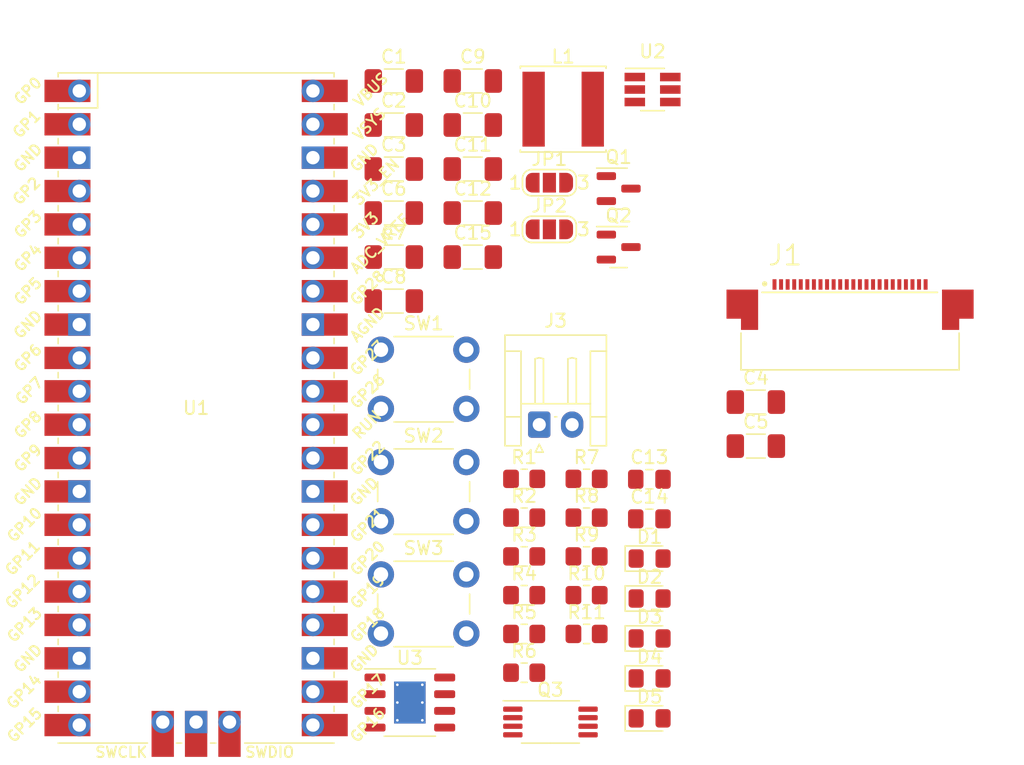
<source format=kicad_pcb>
(kicad_pcb (version 20221018) (generator pcbnew)
  (layers (0 "F.Cu" signal) (31 "B.Cu" signal) (34 "B.Paste" user) (35 "F.Paste" user) (36 "B.SilkS" user "B.Silkscreen") (37 "F.SilkS" user "F.Silkscreen") (38 "B.Mask" user) (39 "F.Mask" user) (44 "Edge.Cuts" user))
  (net 0 "")
  (net 1 "GND")
  (net 2 "/3.3V")
  (net 3 "Net-(D2-K)")
  (net 4 "Net-(D1-A)")
  (net 5 "Net-(C3-Pad2)")
  (net 6 "/VGH")
  (net 7 "Net-(C5-Pad2)")
  (net 8 "Net-(C7-Pad2)")
  (net 9 "/VGL")
  (net 10 "Net-(C9-Pad2)")
  (net 11 "Net-(D4-A)")
  (net 12 "/Battery-")
  (net 13 "/DW01_{Vcc}")
  (net 14 "/V_{battery}")
  (net 15 "Net-(D4-K)")
  (net 16 "Net-(D5-K)")
  (net 18 "/GDR")
  (net 19 "/RESE")
  (net 22 "/BS")
  (net 23 "/EPD_BUSY'")
  (net 24 "/EPD_RST'")
  (net 25 "/EPD_DC'")
  (net 26 "/EPD_CS'")
  (net 27 "/EPD_SCK'")
  (net 28 "/EPD_DIN'")
  (net 29 "Net-(JP1-A)")
  (net 30 "Net-(JP1-B)")
  (net 31 "Net-(Q2-G)")
  (net 32 "Net-(Q2-S)")
  (net 34 "Net-(U2-OC)")
  (net 35 "Net-(U2-OD)")
  (net 36 "/SW1")
  (net 37 "/SW2")
  (net 38 "/SW3")
  (net 39 "Net-(U3-PROG)")
  (net 40 "Net-(U2-CS)")
  (net 41 "Net-(U3-~{STDBY})")
  (net 42 "Net-(U3-~{CHRG})")
  (net 68 "Net-(C4-Pad2)")
  (net 69 "Net-(C11-Pad2)")
  (net 70 "Net-(C12-Pad2)")
  (footprint "Capacitor_SMD:C_1206_3216Metric_Pad1.33x1.80mm_HandSolder" (layer "F.Cu") (at 156.6144 57.8646)
    (fp_text reference "C11" (at 0 -1.85) (layer "F.SilkS"))
    (fp_text value "1u")
    (pad "1" smd roundrect (at -1.5625 0) (size 1.325 1.8) (layers "F.Cu" "F.Paste" "F.Mask") (roundrect_rratio 0.188679) (net 1 "GND"))
    (pad "2" smd roundrect (at 1.5625 0) (size 1.325 1.8) (layers "F.Cu" "F.Paste" "F.Mask") (roundrect_rratio 0.188679) (net 69 "Net-(C11-Pad2)"))
  )
  (footprint "Package_TO_SOT_SMD:SOT-23" (layer "F.Cu") (at 167.7144 59.3546)
    (fp_text reference "Q1" (at 0 -2.4) (layer "F.SilkS"))
    (fp_text value "BSS138")
    (pad "1" smd roundrect (at -0.9375 -0.95) (size 1.475 0.6) (layers "F.Cu" "F.Paste" "F.Mask") (net 18 "/GDR"))
    (pad "2" smd roundrect (at -0.9375 0.95) (size 1.475 0.6) (layers "F.Cu" "F.Paste" "F.Mask") (net 19 "/RESE"))
    (pad "3" smd roundrect (at 0.9375 0) (size 1.475 0.6) (layers "F.Cu" "F.Paste" "F.Mask") (net 4 "Net-(D1-A)"))
  )
  (footprint "Capacitor_SMD:C_1206_3216Metric_Pad1.33x1.80mm_HandSolder" (layer "F.Cu") (at 150.6044 67.9146)
    (fp_text reference "C8" (at 0 -1.85) (layer "F.SilkS"))
    (fp_text value "1u/10V")
    (pad "1" smd roundrect (at -1.5625 0) (size 1.325 1.8) (layers "F.Cu" "F.Paste" "F.Mask") (roundrect_rratio 0.188679) (net 1 "GND"))
    (pad "2" smd roundrect (at 1.5625 0) (size 1.325 1.8) (layers "F.Cu" "F.Paste" "F.Mask") (roundrect_rratio 0.188679) (net 2 "/3.3V"))
  )
  (footprint "MCU_RaspberryPi_and_Boards:RPi_Pico_SMD_TH" (layer "F.Cu") (at 135.5594 76.0496)
    (fp_text reference "U1" (at 0 0) (layer "F.SilkS"))
    (fp_text value "Pico")
    (fp_text user "GP2" (at -12.9 -16.51 45) (layer "F.SilkS") (effects (font (size 0.8 0.8))))
    (fp_text user "GP22" (at 13.054 3.81 45) (layer "F.SilkS") (effects (font (size 0.8 0.8))))
    (fp_text user "AGND" (at 13.054 -6.35 45) (layer "F.SilkS") (effects (font (size 0.8 0.8))))
    (fp_text user "GP27" (at 13.054 -3.8 45) (layer "F.SilkS") (effects (font (size 0.8 0.8))))
    (fp_text user "GP7" (at -12.7 -1.3 45) (layer "F.SilkS") (effects (font (size 0.8 0.8))))
    (fp_text user "GP14" (at -13.1 21.59 45) (layer "F.SilkS") (effects (font (size 0.8 0.8))))
    (fp_text user "GP0" (at -12.8 -24.13 45) (layer "F.SilkS") (effects (font (size 0.8 0.8))))
    (fp_text user "GP3" (at -12.8 -13.97 45) (layer "F.SilkS") (effects (font (size 0.8 0.8))))
    (fp_text user "GP5" (at -12.8 -8.89 45) (layer "F.SilkS") (effects (font (size 0.8 0.8))))
    (fp_text user "GND" (at 12.8 19.05 45) (layer "F.SilkS") (effects (font (size 0.8 0.8))))
    (fp_text user "GND" (at -12.8 19.05 45) (layer "F.SilkS") (effects (font (size 0.8 0.8))))
    (fp_text user "GP16" (at 13.054 24.13 45) (layer "F.SilkS") (effects (font (size 0.8 0.8))))
    (fp_text user "SWDIO" (at 5.6 26.2) (layer "F.SilkS") (effects (font (size 0.8 0.8))))
    (fp_text user "ADC_VREF" (at 14 -12.5 45) (layer "F.SilkS") (effects (font (size 0.8 0.8))))
    (fp_text user "GP1" (at -12.9 -21.6 45) (layer "F.SilkS") (effects (font (size 0.8 0.8))))
    (fp_text user "GP18" (at 13.054 16.51 45) (layer "F.SilkS") (effects (font (size 0.8 0.8))))
    (fp_text user "GP4" (at -12.8 -11.43 45) (layer "F.SilkS") (effects (font (size 0.8 0.8))))
    (fp_text user "GP10" (at -13.054 8.89 45) (layer "F.SilkS") (effects (font (size 0.8 0.8))))
    (fp_text user "GND" (at -12.8 -19.05 45) (layer "F.SilkS") (effects (font (size 0.8 0.8))))
    (fp_text user "GP17" (at 13.054 21.59 45) (layer "F.SilkS") (effects (font (size 0.8 0.8))))
    (fp_text user "SWCLK" (at -5.7 26.2) (layer "F.SilkS") (effects (font (size 0.8 0.8))))
    (fp_text user "3V3_EN" (at 13.7 -17.2 45) (layer "F.SilkS") (effects (font (size 0.8 0.8))))
    (fp_text user "GND" (at 12.8 6.35 45) (layer "F.SilkS") (effects (font (size 0.8 0.8))))
    (fp_text user "GP19" (at 13.054 13.97 45) (layer "F.SilkS") (effects (font (size 0.8 0.8))))
    (fp_text user "GP28" (at 13.054 -9.144 45) (layer "F.SilkS") (effects (font (size 0.8 0.8))))
    (fp_text user "GP26" (at 13.054 -1.27 45) (layer "F.SilkS") (effects (font (size 0.8 0.8))))
    (fp_text user "GP12" (at -13.2 13.97 45) (layer "F.SilkS") (effects (font (size 0.8 0.8))))
    (fp_text user "RUN" (at 13 1.27 45) (layer "F.SilkS") (effects (font (size 0.8 0.8))))
    (fp_text user "3V3" (at 12.9 -13.9 45) (layer "F.SilkS") (effects (font (size 0.8 0.8))))
    (fp_text user "GP21" (at 13.054 8.9 45) (layer "F.SilkS") (effects (font (size 0.8 0.8))))
    (fp_text user "GP8" (at -12.8 1.27 45) (layer "F.SilkS") (effects (font (size 0.8 0.8))))
    (fp_text user "GND" (at -12.8 -6.35 45) (layer "F.SilkS") (effects (font (size 0.8 0.8))))
    (fp_text user "GND" (at -12.8 6.35 45) (layer "F.SilkS") (effects (font (size 0.8 0.8))))
    (fp_text user "GND" (at 12.8 -19.05 45) (layer "F.SilkS") (effects (font (size 0.8 0.8))))
    (fp_text user "VSYS" (at 13.2 -21.59 45) (layer "F.SilkS") (effects (font (size 0.8 0.8))))
    (fp_text user "GP13" (at -13.054 16.51 45) (layer "F.SilkS") (effects (font (size 0.8 0.8))))
    (fp_text user "VBUS" (at 13.3 -24.2 45) (layer "F.SilkS") (effects (font (size 0.8 0.8))))
    (fp_text user "GP11" (at -13.2 11.43 45) (layer "F.SilkS") (effects (font (size 0.8 0.8))))
    (fp_text user "GP20" (at 13.054 11.43 45) (layer "F.SilkS") (effects (font (size 0.8 0.8))))
    (fp_text user "GP6" (at -12.8 -3.81 45) (layer "F.SilkS") (effects (font (size 0.8 0.8))))
    (fp_text user "GP15" (at -13.054 24.13 45) (layer "F.SilkS") (effects (font (size 0.8 0.8))))
    (fp_text user "GP9" (at -12.8 3.81 45) (layer "F.SilkS") (effects (font (size 0.8 0.8))))
    (pad "" np_thru_hole oval (at -2.725 -24) (size 1.8 1.8) (drill 1.8) (layers "*.Cu" "*.Mask"))
    (pad "" np_thru_hole oval (at -2.425 -20.97) (size 1.5 1.5) (drill 1.5) (layers "*.Cu" "*.Mask"))
    (pad "" np_thru_hole oval (at 2.425 -20.97) (size 1.5 1.5) (drill 1.5) (layers "*.Cu" "*.Mask"))
    (pad "" np_thru_hole oval (at 2.725 -24) (size 1.8 1.8) (drill 1.8) (layers "*.Cu" "*.Mask"))
    (pad "1" thru_hole oval (at -8.89 -24.13) (size 1.7 1.7) (drill 1.02) (layers "*.Cu" "*.Mask") (net 24 "/EPD_RST'"))
    (pad "1" smd rect (at -8.89 -24.13) (size 3.5 1.7) (drill (offset -0.9 0)) (layers "F.Cu" "F.Mask") (net 24 "/EPD_RST'"))
    (pad "2" thru_hole oval (at -8.89 -21.59) (size 1.7 1.7) (drill 1.02) (layers "*.Cu" "*.Mask"))
    (pad "2" smd rect (at -8.89 -21.59) (size 3.5 1.7) (drill (offset -0.9 0)) (layers "F.Cu" "F.Mask"))
    (pad "3" thru_hole rect (at -8.89 -19.05) (size 1.7 1.7) (drill 1.02) (layers "*.Cu" "*.Mask") (net 1 "GND"))
    (pad "3" smd rect (at -8.89 -19.05) (size 3.5 1.7) (drill (offset -0.9 0)) (layers "F.Cu" "F.Mask") (net 1 "GND"))
    (pad "4" thru_hole oval (at -8.89 -16.51) (size 1.7 1.7) (drill 1.02) (layers "*.Cu" "*.Mask"))
    (pad "4" smd rect (at -8.89 -16.51) (size 3.5 1.7) (drill (offset -0.9 0)) (layers "F.Cu" "F.Mask"))
    (pad "5" thru_hole oval (at -8.89 -13.97) (size 1.7 1.7) (drill 1.02) (layers "*.Cu" "*.Mask"))
    (pad "5" smd rect (at -8.89 -13.97) (size 3.5 1.7) (drill (offset -0.9 0)) (layers "F.Cu" "F.Mask"))
    (pad "6" thru_hole oval (at -8.89 -11.43) (size 1.7 1.7) (drill 1.02) (layers "*.Cu" "*.Mask"))
    (pad "6" smd rect (at -8.89 -11.43) (size 3.5 1.7) (drill (offset -0.9 0)) (layers "F.Cu" "F.Mask"))
    (pad "7" thru_hole oval (at -8.89 -8.89) (size 1.7 1.7) (drill 1.02) (layers "*.Cu" "*.Mask") (net 23 "/EPD_BUSY'"))
    (pad "7" smd rect (at -8.89 -8.89) (size 3.5 1.7) (drill (offset -0.9 0)) (layers "F.Cu" "F.Mask") (net 23 "/EPD_BUSY'"))
    (pad "8" thru_hole rect (at -8.89 -6.35) (size 1.7 1.7) (drill 1.02) (layers "*.Cu" "*.Mask") (net 1 "GND"))
    (pad "8" smd rect (at -8.89 -6.35) (size 3.5 1.7) (drill (offset -0.9 0)) (layers "F.Cu" "F.Mask") (net 1 "GND"))
    (pad "9" thru_hole oval (at -8.89 -3.81) (size 1.7 1.7) (drill 1.02) (layers "*.Cu" "*.Mask") (net 25 "/EPD_DC'"))
    (pad "9" smd rect (at -8.89 -3.81) (size 3.5 1.7) (drill (offset -0.9 0)) (layers "F.Cu" "F.Mask") (net 25 "/EPD_DC'"))
    (pad "10" thru_hole oval (at -8.89 -1.27) (size 1.7 1.7) (drill 1.02) (layers "*.Cu" "*.Mask"))
    (pad "10" smd rect (at -8.89 -1.27) (size 3.5 1.7) (drill (offset -0.9 0)) (layers "F.Cu" "F.Mask"))
    (pad "11" thru_hole oval (at -8.89 1.27) (size 1.7 1.7) (drill 1.02) (layers "*.Cu" "*.Mask"))
    (pad "11" smd rect (at -8.89 1.27) (size 3.5 1.7) (drill (offset -0.9 0)) (layers "F.Cu" "F.Mask"))
    (pad "12" thru_hole oval (at -8.89 3.81) (size 1.7 1.7) (drill 1.02) (layers "*.Cu" "*.Mask") (net 26 "/EPD_CS'"))
    (pad "12" smd rect (at -8.89 3.81) (size 3.5 1.7) (drill (offset -0.9 0)) (layers "F.Cu" "F.Mask") (net 26 "/EPD_CS'"))
    (pad "13" thru_hole rect (at -8.89 6.35) (size 1.7 1.7) (drill 1.02) (layers "*.Cu" "*.Mask") (net 1 "GND"))
    (pad "13" smd rect (at -8.89 6.35) (size 3.5 1.7) (drill (offset -0.9 0)) (layers "F.Cu" "F.Mask") (net 1 "GND"))
    (pad "14" thru_hole oval (at -8.89 8.89) (size 1.7 1.7) (drill 1.02) (layers "*.Cu" "*.Mask") (net 27 "/EPD_SCK'"))
    (pad "14" smd rect (at -8.89 8.89) (size 3.5 1.7) (drill (offset -0.9 0)) (layers "F.Cu" "F.Mask") (net 27 "/EPD_SCK'"))
    (pad "15" thru_hole oval (at -8.89 11.43) (size 1.7 1.7) (drill 1.02) (layers "*.Cu" "*.Mask") (net 28 "/EPD_DIN'"))
    (pad "15" smd rect (at -8.89 11.43) (size 3.5 1.7) (drill (offset -0.9 0)) (layers "F.Cu" "F.Mask") (net 28 "/EPD_DIN'"))
    (pad "16" thru_hole oval (at -8.89 13.97) (size 1.7 1.7) (drill 1.02) (layers "*.Cu" "*.Mask"))
    (pad "16" smd rect (at -8.89 13.97) (size 3.5 1.7) (drill (offset -0.9 0)) (layers "F.Cu" "F.Mask"))
    (pad "17" thru_hole oval (at -8.89 16.51) (size 1.7 1.7) (drill 1.02) (layers "*.Cu" "*.Mask"))
    (pad "17" smd rect (at -8.89 16.51) (size 3.5 1.7) (drill (offset -0.9 0)) (layers "F.Cu" "F.Mask"))
    (pad "18" thru_hole rect (at -8.89 19.05) (size 1.7 1.7) (drill 1.02) (layers "*.Cu" "*.Mask") (net 1 "GND"))
    (pad "18" smd rect (at -8.89 19.05) (size 3.5 1.7) (drill (offset -0.9 0)) (layers "F.Cu" "F.Mask") (net 1 "GND"))
    (pad "19" thru_hole oval (at -8.89 21.59) (size 1.7 1.7) (drill 1.02) (layers "*.Cu" "*.Mask"))
    (pad "19" smd rect (at -8.89 21.59) (size 3.5 1.7) (drill (offset -0.9 0)) (layers "F.Cu" "F.Mask"))
    (pad "20" thru_hole oval (at -8.89 24.13) (size 1.7 1.7) (drill 1.02) (layers "*.Cu" "*.Mask"))
    (pad "20" smd rect (at -8.89 24.13) (size 3.5 1.7) (drill (offset -0.9 0)) (layers "F.Cu" "F.Mask"))
    (pad "21" thru_hole oval (at 8.89 24.13) (size 1.7 1.7) (drill 1.02) (layers "*.Cu" "*.Mask"))
    (pad "21" smd rect (at 8.89 24.13) (size 3.5 1.7) (drill (offset 0.9 0)) (layers "F.Cu" "F.Mask"))
    (pad "22" thru_hole oval (at 8.89 21.59) (size 1.7 1.7) (drill 1.02) (layers "*.Cu" "*.Mask"))
    (pad "22" smd rect (at 8.89 21.59) (size 3.5 1.7) (drill (offset 0.9 0)) (layers "F.Cu" "F.Mask"))
    (pad "23" thru_hole rect (at 8.89 19.05) (size 1.7 1.7) (drill 1.02) (layers "*.Cu" "*.Mask"))
    (pad "23" smd rect (at 8.89 19.05) (size 3.5 1.7) (drill (offset 0.9 0)) (layers "F.Cu" "F.Mask"))
    (pad "24" thru_hole oval (at 8.89 16.51) (size 1.7 1.7) (drill 1.02) (layers "*.Cu" "*.Mask") (net 36 "/SW1"))
    (pad "24" smd rect (at 8.89 16.51) (size 3.5 1.7) (drill (offset 0.9 0)) (layers "F.Cu" "F.Mask") (net 36 "/SW1"))
    (pad "25" thru_hole oval (at 8.89 13.97) (size 1.7 1.7) (drill 1.02) (layers "*.Cu" "*.Mask") (net 37 "/SW2"))
    (pad "25" smd rect (at 8.89 13.97) (size 3.5 1.7) (drill (offset 0.9 0)) (layers "F.Cu" "F.Mask") (net 37 "/SW2"))
    (pad "26" thru_hole oval (at 8.89 11.43) (size 1.7 1.7) (drill 1.02) (layers "*.Cu" "*.Mask") (net 38 "/SW3"))
    (pad "26" smd rect (at 8.89 11.43) (size 3.5 1.7) (drill (offset 0.9 0)) (layers "F.Cu" "F.Mask") (net 38 "/SW3"))
    (pad "27" thru_hole oval (at 8.89 8.89) (size 1.7 1.7) (drill 1.02) (layers "*.Cu" "*.Mask"))
    (pad "27" smd rect (at 8.89 8.89) (size 3.5 1.7) (drill (offset 0.9 0)) (layers "F.Cu" "F.Mask"))
    (pad "28" thru_hole rect (at 8.89 6.35) (size 1.7 1.7) (drill 1.02) (layers "*.Cu" "*.Mask") (net 1 "GND"))
    (pad "28" smd rect (at 8.89 6.35) (size 3.5 1.7) (drill (offset 0.9 0)) (layers "F.Cu" "F.Mask") (net 1 "GND"))
    (pad "29" thru_hole oval (at 8.89 3.81) (size 1.7 1.7) (drill 1.02) (layers "*.Cu" "*.Mask"))
    (pad "29" smd rect (at 8.89 3.81) (size 3.5 1.7) (drill (offset 0.9 0)) (layers "F.Cu" "F.Mask"))
    (pad "30" thru_hole oval (at 8.89 1.27) (size 1.7 1.7) (drill 1.02) (layers "*.Cu" "*.Mask"))
    (pad "30" smd rect (at 8.89 1.27) (size 3.5 1.7) (drill (offset 0.9 0)) (layers "F.Cu" "F.Mask"))
    (pad "31" thru_hole oval (at 8.89 -1.27) (size 1.7 1.7) (drill 1.02) (layers "*.Cu" "*.Mask"))
    (pad "31" smd rect (at 8.89 -1.27) (size 3.5 1.7) (drill (offset 0.9 0)) (layers "F.Cu" "F.Mask"))
    (pad "32" thru_hole oval (at 8.89 -3.81) (size 1.7 1.7) (drill 1.02) (layers "*.Cu" "*.Mask"))
    (pad "32" smd rect (at 8.89 -3.81) (size 3.5 1.7) (drill (offset 0.9 0)) (layers "F.Cu" "F.Mask"))
    (pad "33" thru_hole rect (at 8.89 -6.35) (size 1.7 1.7) (drill 1.02) (layers "*.Cu" "*.Mask") (net 1 "GND"))
    (pad "33" smd rect (at 8.89 -6.35) (size 3.5 1.7) (drill (offset 0.9 0)) (layers "F.Cu" "F.Mask") (net 1 "GND"))
    (pad "34" thru_hole oval (at 8.89 -8.89) (size 1.7 1.7) (drill 1.02) (layers "*.Cu" "*.Mask"))
    (pad "34" smd rect (at 8.89 -8.89) (size 3.5 1.7) (drill (offset 0.9 0)) (layers "F.Cu" "F.Mask"))
    (pad "35" thru_hole oval (at 8.89 -11.43) (size 1.7 1.7) (drill 1.02) (layers "*.Cu" "*.Mask"))
    (pad "35" smd rect (at 8.89 -11.43) (size 3.5 1.7) (drill (offset 0.9 0)) (layers "F.Cu" "F.Mask"))
    (pad "36" thru_hole oval (at 8.89 -13.97) (size 1.7 1.7) (drill 1.02) (layers "*.Cu" "*.Mask") (net 2 "/3.3V"))
    (pad "36" smd rect (at 8.89 -13.97) (size 3.5 1.7) (drill (offset 0.9 0)) (layers "F.Cu" "F.Mask") (net 2 "/3.3V"))
    (pad "37" thru_hole oval (at 8.89 -16.51) (size 1.7 1.7) (drill 1.02) (layers "*.Cu" "*.Mask"))
    (pad "37" smd rect (at 8.89 -16.51) (size 3.5 1.7) (drill (offset 0.9 0)) (layers "F.Cu" "F.Mask"))
    (pad "38" thru_hole rect (at 8.89 -19.05) (size 1.7 1.7) (drill 1.02) (layers "*.Cu" "*.Mask") (net 1 "GND"))
    (pad "38" smd rect (at 8.89 -19.05) (size 3.5 1.7) (drill (offset 0.9 0)) (layers "F.Cu" "F.Mask") (net 1 "GND"))
    (pad "39" thru_hole oval (at 8.89 -21.59) (size 1.7 1.7) (drill 1.02) (layers "*.Cu" "*.Mask") (net 32 "Net-(Q2-S)"))
    (pad "39" smd rect (at 8.89 -21.59) (size 3.5 1.7) (drill (offset 0.9 0)) (layers "F.Cu" "F.Mask") (net 32 "Net-(Q2-S)"))
    (pad "40" thru_hole oval (at 8.89 -24.13) (size 1.7 1.7) (drill 1.02) (layers "*.Cu" "*.Mask") (net 31 "Net-(Q2-G)"))
    (pad "40" smd rect (at 8.89 -24.13) (size 3.5 1.7) (drill (offset 0.9 0)) (layers "F.Cu" "F.Mask") (net 31 "Net-(Q2-G)"))
    (pad "41" thru_hole oval (at -2.54 23.9) (size 1.7 1.7) (drill 1.02) (layers "*.Cu" "*.Mask"))
    (pad "41" smd rect (at -2.54 23.9 90) (size 3.5 1.7) (drill (offset -0.9 0)) (layers "F.Cu" "F.Mask"))
    (pad "42" thru_hole rect (at 0 23.9) (size 1.7 1.7) (drill 1.02) (layers "*.Cu" "*.Mask") (net 1 "GND"))
    (pad "42" smd rect (at 0 23.9 90) (size 3.5 1.7) (drill (offset -0.9 0)) (layers "F.Cu" "F.Mask") (net 1 "GND"))
    (pad "43" thru_hole oval (at 2.54 23.9) (size 1.7 1.7) (drill 1.02) (layers "*.Cu" "*.Mask"))
    (pad "43" smd rect (at 2.54 23.9 90) (size 3.5 1.7) (drill (offset -0.9 0)) (layers "F.Cu" "F.Mask"))
  )
  (footprint "Diode_SMD:D_0805_2012Metric_Pad1.15x1.40mm_HandSolder" (layer "F.Cu") (at 170.0694 90.5496)
    (fp_text reference "D2" (at 0 -1.65) (layer "F.SilkS"))
    (fp_text value "1N4001")
    (pad "1" smd roundrect (at -1.025 0) (size 1.15 1.4) (layers "F.Cu" "F.Paste" "F.Mask") (roundrect_rratio 0.217391) (net 3 "Net-(D2-K)"))
    (pad "2" smd roundrect (at 1.025 0) (size 1.15 1.4) (layers "F.Cu" "F.Paste" "F.Mask") (roundrect_rratio 0.217391) (net 9 "/VGL"))
  )
  (footprint "Button_Switch_THT:SW_PUSH_6mm_H7.3mm" (layer "F.Cu") (at 149.6244 80.1646)
    (fp_text reference "SW2" (at 3.25 -2) (layer "F.SilkS"))
    (fp_text value "SW_Push")
    (pad "1" thru_hole circle (at 0 0 90) (size 2 2) (drill 1.1) (layers "*.Cu" "*.Mask") (net 1 "GND"))
    (pad "1" thru_hole circle (at 6.5 0 90) (size 2 2) (drill 1.1) (layers "*.Cu" "*.Mask") (net 1 "GND"))
    (pad "2" thru_hole circle (at 0 4.5 90) (size 2 2) (drill 1.1) (layers "*.Cu" "*.Mask") (net 37 "/SW2"))
    (pad "2" thru_hole circle (at 6.5 4.5 90) (size 2 2) (drill 1.1) (layers "*.Cu" "*.Mask") (net 37 "/SW2"))
  )
  (footprint "Capacitor_SMD:C_1206_3216Metric_Pad1.33x1.80mm_HandSolder" (layer "F.Cu") (at 156.6144 51.1646)
    (fp_text reference "C9" (at 0 -1.85) (layer "F.SilkS"))
    (fp_text value "1u")
    (pad "1" smd roundrect (at -1.5625 0) (size 1.325 1.8) (layers "F.Cu" "F.Paste" "F.Mask") (roundrect_rratio 0.188679) (net 1 "GND"))
    (pad "2" smd roundrect (at 1.5625 0) (size 1.325 1.8) (layers "F.Cu" "F.Paste" "F.Mask") (roundrect_rratio 0.188679) (net 10 "Net-(C9-Pad2)"))
  )
  (footprint "Capacitor_SMD:C_1206_3216Metric_Pad1.33x1.80mm_HandSolder" (layer "F.Cu") (at 150.6044 61.2146)
    (fp_text reference "C6" (at 0 -1.85) (layer "F.SilkS"))
    (fp_text value "1u")
    (pad "1" smd roundrect (at -1.5625 0) (size 1.325 1.8) (layers "F.Cu" "F.Paste" "F.Mask") (roundrect_rratio 0.188679) (net 1 "GND"))
    (pad "2" smd roundrect (at 1.5625 0) (size 1.325 1.8) (layers "F.Cu" "F.Paste" "F.Mask") (roundrect_rratio 0.188679) (net 6 "/VGH"))
  )
  (footprint "52435-2471:MOLEX_52435-2471" (layer "F.Cu") (at 185.3252 66.6496)
    (fp_text reference "J1" (at -4.932745 -2.219135) (layer "F.SilkS") (effects (font (size 1.522701 1.522701))))
    (fp_text value "52435-2471")
    (fp_poly (pts (xy -9.4 0.4) (xy -9.4 2.6) (xy -8.3 2.6) (xy -8.3 3.45) (xy -7 3.45) (xy -7 0.4)) (fill solid) (layer "F.Cu"))
    (fp_poly (pts (xy -9.4 0.4) (xy -9.4 2.6) (xy -8.3 2.6) (xy -8.3 3.45) (xy -7 3.45) (xy -7 0.4)) (fill solid) (layer "F.Cu"))
    (fp_poly (pts (xy 9.4 0.4) (xy 9.4 2.6) (xy 8.3 2.6) (xy 8.3 3.45) (xy 7 3.45) (xy 7 0.4)) (fill solid) (layer "F.Cu"))
    (fp_poly (pts (xy 9.4 0.4) (xy 9.4 2.6) (xy 8.3 2.6) (xy 8.3 3.45) (xy 7 3.45) (xy 7 0.4)) (fill solid) (layer "F.Cu"))
    (pad "1" smd rect (at -5.75 0) (size 0.3 0.8) (layers "F.Cu" "F.Paste" "F.Mask"))
    (pad "2" smd rect (at -5.25 0) (size 0.3 0.8) (layers "F.Cu" "F.Paste" "F.Mask") (net 18 "/GDR"))
    (pad "3" smd rect (at -4.75 0) (size 0.3 0.8) (layers "F.Cu" "F.Paste" "F.Mask") (net 19 "/RESE"))
    (pad "4" smd rect (at -4.25 0) (size 0.3 0.8) (layers "F.Cu" "F.Paste" "F.Mask") (net 7 "Net-(C5-Pad2)"))
    (pad "5" smd rect (at -3.75 0) (size 0.3 0.8) (layers "F.Cu" "F.Paste" "F.Mask") (net 8 "Net-(C7-Pad2)"))
    (pad "6" smd rect (at -3.25 0) (size 0.3 0.8) (layers "F.Cu" "F.Paste" "F.Mask"))
    (pad "7" smd rect (at -2.75 0) (size 0.3 0.8) (layers "F.Cu" "F.Paste" "F.Mask"))
    (pad "8" smd rect (at -2.25 0) (size 0.3 0.8) (layers "F.Cu" "F.Paste" "F.Mask") (net 22 "/BS"))
    (pad "9" smd rect (at -1.75 0) (size 0.3 0.8) (layers "F.Cu" "F.Paste" "F.Mask") (net 23 "/EPD_BUSY'"))
    (pad "10" smd rect (at -1.25 0) (size 0.3 0.8) (layers "F.Cu" "F.Paste" "F.Mask") (net 24 "/EPD_RST'"))
    (pad "11" smd rect (at -0.75 0) (size 0.3 0.8) (layers "F.Cu" "F.Paste" "F.Mask") (net 25 "/EPD_DC'"))
    (pad "12" smd rect (at -0.25 0) (size 0.3 0.8) (layers "F.Cu" "F.Paste" "F.Mask") (net 26 "/EPD_CS'"))
    (pad "13" smd rect (at 0.25 0) (size 0.3 0.8) (layers "F.Cu" "F.Paste" "F.Mask") (net 27 "/EPD_SCK'"))
    (pad "14" smd rect (at 0.75 0) (size 0.3 0.8) (layers "F.Cu" "F.Paste" "F.Mask") (net 28 "/EPD_DIN'"))
    (pad "15" smd rect (at 1.25 0) (size 0.3 0.8) (layers "F.Cu" "F.Paste" "F.Mask") (net 2 "/3.3V"))
    (pad "16" smd rect (at 1.75 0) (size 0.3 0.8) (layers "F.Cu" "F.Paste" "F.Mask") (net 2 "/3.3V"))
    (pad "17" smd rect (at 2.25 0) (size 0.3 0.8) (layers "F.Cu" "F.Paste" "F.Mask") (net 1 "GND"))
    (pad "18" smd rect (at 2.75 0) (size 0.3 0.8) (layers "F.Cu" "F.Paste" "F.Mask") (net 69 "Net-(C11-Pad2)"))
    (pad "19" smd rect (at 3.25 0) (size 0.3 0.8) (layers "F.Cu" "F.Paste" "F.Mask") (net 68 "Net-(C4-Pad2)"))
    (pad "20" smd rect (at 3.75 0) (size 0.3 0.8) (layers "F.Cu" "F.Paste" "F.Mask") (net 5 "Net-(C3-Pad2)"))
    (pad "21" smd rect (at 4.25 0) (size 0.3 0.8) (layers "F.Cu" "F.Paste" "F.Mask") (net 6 "/VGH"))
    (pad "22" smd rect (at 4.75 0) (size 0.3 0.8) (layers "F.Cu" "F.Paste" "F.Mask") (net 10 "Net-(C9-Pad2)"))
    (pad "23" smd rect (at 5.25 0) (size 0.3 0.8) (layers "F.Cu" "F.Paste" "F.Mask") (net 9 "/VGL"))
    (pad "24" smd rect (at 5.75 0) (size 0.3 0.8) (layers "F.Cu" "F.Paste" "F.Mask") (net 70 "Net-(C12-Pad2)"))
  )
  (footprint "Resistor_SMD:R_0805_2012Metric_Pad1.20x1.40mm_HandSolder" (layer "F.Cu") (at 160.5244 96.1946)
    (fp_text reference "R6" (at 0 -1.65) (layer "F.SilkS"))
    (fp_text value "1k")
    (pad "1" smd roundrect (at -1 0) (size 1.2 1.4) (layers "F.Cu" "F.Paste" "F.Mask") (roundrect_rratio 0.208333) (net 2 "/3.3V"))
    (pad "2" smd roundrect (at 1 0) (size 1.2 1.4) (layers "F.Cu" "F.Paste" "F.Mask") (roundrect_rratio 0.208333) (net 38 "/SW3"))
  )
  (footprint "Package_SO:TSSOP-8_4.4x3mm_P0.65mm" (layer "F.Cu") (at 162.5244 99.9446)
    (fp_text reference "Q3" (at 0 -2.45) (layer "F.SilkS"))
    (fp_text value "FS8205A")
    (pad "1" smd roundrect (at -2.8625 -0.975) (size 1.475 0.4) (layers "F.Cu" "F.Paste" "F.Mask"))
    (pad "2" smd roundrect (at -2.8625 -0.325) (size 1.475 0.4) (layers "F.Cu" "F.Paste" "F.Mask") (net 1 "GND"))
    (pad "3" smd roundrect (at -2.8625 0.325) (size 1.475 0.4) (layers "F.Cu" "F.Paste" "F.Mask") (net 1 "GND"))
    (pad "4" smd roundrect (at -2.8625 0.975) (size 1.475 0.4) (layers "F.Cu" "F.Paste" "F.Mask") (net 34 "Net-(U2-OC)"))
    (pad "5" smd roundrect (at 2.8625 0.975) (size 1.475 0.4) (layers "F.Cu" "F.Paste" "F.Mask") (net 35 "Net-(U2-OD)"))
    (pad "6" smd roundrect (at 2.8625 0.325) (size 1.475 0.4) (layers "F.Cu" "F.Paste" "F.Mask") (net 12 "/Battery-"))
    (pad "7" smd roundrect (at 2.8625 -0.325) (size 1.475 0.4) (layers "F.Cu" "F.Paste" "F.Mask") (net 12 "/Battery-"))
    (pad "8" smd roundrect (at 2.8625 -0.975) (size 1.475 0.4) (layers "F.Cu" "F.Paste" "F.Mask"))
  )
  (footprint "Capacitor_SMD:C_1206_3216Metric_Pad1.33x1.80mm_HandSolder" (layer "F.Cu") (at 156.6144 54.5146)
    (fp_text reference "C10" (at 0 -1.85) (layer "F.SilkS"))
    (fp_text value "1u")
    (pad "1" smd roundrect (at -1.5625 0) (size 1.325 1.8) (layers "F.Cu" "F.Paste" "F.Mask") (roundrect_rratio 0.188679) (net 1 "GND"))
    (pad "2" smd roundrect (at 1.5625 0) (size 1.325 1.8) (layers "F.Cu" "F.Paste" "F.Mask") (roundrect_rratio 0.188679) (net 9 "/VGL"))
  )
  (footprint "Resistor_SMD:R_0805_2012Metric_Pad1.20x1.40mm_HandSolder" (layer "F.Cu") (at 160.5244 81.4446)
    (fp_text reference "R1" (at 0 -1.65) (layer "F.SilkS"))
    (fp_text value "10k")
    (pad "1" smd roundrect (at -1 0) (size 1.2 1.4) (layers "F.Cu" "F.Paste" "F.Mask") (roundrect_rratio 0.208333) (net 18 "/GDR"))
    (pad "2" smd roundrect (at 1 0) (size 1.2 1.4) (layers "F.Cu" "F.Paste" "F.Mask") (roundrect_rratio 0.208333) (net 1 "GND"))
  )
  (footprint "Capacitor_SMD:C_1206_3216Metric_Pad1.33x1.80mm_HandSolder" (layer "F.Cu") (at 178.1552 75.5996)
    (fp_text reference "C4" (at 0 -1.85) (layer "F.SilkS"))
    (fp_text value "1u")
    (pad "1" smd roundrect (at -1.5625 0) (size 1.325 1.8) (layers "F.Cu" "F.Paste" "F.Mask") (roundrect_rratio 0.188679) (net 1 "GND"))
    (pad "2" smd roundrect (at 1.5625 0) (size 1.325 1.8) (layers "F.Cu" "F.Paste" "F.Mask") (roundrect_rratio 0.188679) (net 68 "Net-(C4-Pad2)"))
  )
  (footprint "Capacitor_SMD:C_1206_3216Metric_Pad1.33x1.80mm_HandSolder" (layer "F.Cu") (at 150.6044 64.5646)
    (fp_text reference "C7" (at 0 -1.85) (layer "F.SilkS"))
    (fp_text value "1u")
    (pad "1" smd roundrect (at -1.5625 0) (size 1.325 1.8) (layers "F.Cu" "F.Paste" "F.Mask") (roundrect_rratio 0.188679) (net 1 "GND"))
    (pad "2" smd roundrect (at 1.5625 0) (size 1.325 1.8) (layers "F.Cu" "F.Paste" "F.Mask") (roundrect_rratio 0.188679) (net 8 "Net-(C7-Pad2)"))
  )
  (footprint "LED_SMD:LED_0805_2012Metric_Pad1.15x1.40mm_HandSolder" (layer "F.Cu") (at 170.0694 99.6696)
    (fp_text reference "D5" (at 0 -1.65) (layer "F.SilkS"))
    (fp_text value "LED")
    (pad "1" smd roundrect (at -1.025 0) (size 1.15 1.4) (layers "F.Cu" "F.Paste" "F.Mask") (roundrect_rratio 0.217391) (net 16 "Net-(D5-K)"))
    (pad "2" smd roundrect (at 1.025 0) (size 1.15 1.4) (layers "F.Cu" "F.Paste" "F.Mask") (roundrect_rratio 0.217391) (net 11 "Net-(D4-A)"))
  )
  (footprint "Resistor_SMD:R_0805_2012Metric_Pad1.20x1.40mm_HandSolder" (layer "F.Cu") (at 165.2744 81.4446)
    (fp_text reference "R7" (at 0 -1.65) (layer "F.SilkS"))
    (fp_text value "1.2k")
    (pad "1" smd roundrect (at -1 0) (size 1.2 1.4) (layers "F.Cu" "F.Paste" "F.Mask") (roundrect_rratio 0.208333) (net 39 "Net-(U3-PROG)"))
    (pad "2" smd roundrect (at 1 0) (size 1.2 1.4) (layers "F.Cu" "F.Paste" "F.Mask") (roundrect_rratio 0.208333) (net 1 "GND"))
  )
  (footprint "Capacitor_SMD:C_1206_3216Metric_Pad1.33x1.80mm_HandSolder" (layer "F.Cu") (at 150.6044 51.1646)
    (fp_text reference "C1" (at 0 -1.85) (layer "F.SilkS"))
    (fp_text value "4.7u")
    (pad "1" smd roundrect (at -1.5625 0) (size 1.325 1.8) (layers "F.Cu" "F.Paste" "F.Mask") (roundrect_rratio 0.188679) (net 1 "GND"))
    (pad "2" smd roundrect (at 1.5625 0) (size 1.325 1.8) (layers "F.Cu" "F.Paste" "F.Mask") (roundrect_rratio 0.188679) (net 2 "/3.3V"))
  )
  (footprint "Capacitor_SMD:C_1206_3216Metric_Pad1.33x1.80mm_HandSolder" (layer "F.Cu") (at 150.6044 54.5146)
    (fp_text reference "C2" (at 0 -1.85) (layer "F.SilkS"))
    (fp_text value "4.7u")
    (pad "1" smd roundrect (at -1.5625 0) (size 1.325 1.8) (layers "F.Cu" "F.Paste" "F.Mask") (roundrect_rratio 0.188679) (net 3 "Net-(D2-K)"))
    (pad "2" smd roundrect (at 1.5625 0) (size 1.325 1.8) (layers "F.Cu" "F.Paste" "F.Mask") (roundrect_rratio 0.188679) (net 4 "Net-(D1-A)"))
  )
  (footprint "Package_TO_SOT_SMD:SOT-23" (layer "F.Cu") (at 167.7144 63.8046)
    (fp_text reference "Q2" (at 0 -2.4) (layer "F.SilkS"))
    (fp_text value "AO3401A")
    (pad "1" smd roundrect (at -0.9375 -0.95) (size 1.475 0.6) (layers "F.Cu" "F.Paste" "F.Mask") (net 31 "Net-(Q2-G)"))
    (pad "2" smd roundrect (at -0.9375 0.95) (size 1.475 0.6) (layers "F.Cu" "F.Paste" "F.Mask") (net 32 "Net-(Q2-S)"))
    (pad "3" smd roundrect (at 0.9375 0) (size 1.475 0.6) (layers "F.Cu" "F.Paste" "F.Mask") (net 14 "/V_{battery}"))
  )
  (footprint "Connector_JST:JST_EH_S2B-EH_1x02_P2.50mm_Horizontal" (layer "F.Cu") (at 161.6744 77.3146)
    (fp_text reference "J3" (at 1.25 -7.9) (layer "F.SilkS"))
    (fp_text value "Battery connector")
    (pad "1" thru_hole roundrect (at 0 0) (size 1.7 2) (drill 1) (layers "*.Cu" "*.Mask") (roundrect_rratio 0.147059) (net 14 "/V_{battery}"))
    (pad "2" thru_hole oval (at 2.5 0) (size 1.7 2) (drill 1) (layers "*.Cu" "*.Mask") (net 12 "/Battery-"))
  )
  (footprint "Resistor_SMD:R_0805_2012Metric_Pad1.20x1.40mm_HandSolder" (layer "F.Cu") (at 165.2744 87.3446)
    (fp_text reference "R9" (at 0 -1.65) (layer "F.SilkS"))
    (fp_text value "100")
    (pad "1" smd roundrect (at -1 0) (size 1.2 1.4) (layers "F.Cu" "F.Paste" "F.Mask") (roundrect_rratio 0.208333) (net 13 "/DW01_{Vcc}"))
    (pad "2" smd roundrect (at 1 0) (size 1.2 1.4) (layers "F.Cu" "F.Paste" "F.Mask") (roundrect_rratio 0.208333) (net 14 "/V_{battery}"))
  )
  (footprint "Diode_SMD:D_0805_2012Metric_Pad1.15x1.40mm_HandSolder" (layer "F.Cu") (at 170.0694 93.5896)
    (fp_text reference "D3" (at 0 -1.65) (layer "F.SilkS"))
    (fp_text value "1N4001")
    (pad "1" smd roundrect (at -1.025 0) (size 1.15 1.4) (layers "F.Cu" "F.Paste" "F.Mask") (roundrect_rratio 0.217391) (net 1 "GND"))
    (pad "2" smd roundrect (at 1.025 0) (size 1.15 1.4) (layers "F.Cu" "F.Paste" "F.Mask") (roundrect_rratio 0.217391) (net 3 "Net-(D2-K)"))
  )
  (footprint "Resistor_SMD:R_0805_2012Metric_Pad1.20x1.40mm_HandSolder" (layer "F.Cu") (at 160.5244 93.2446)
    (fp_text reference "R5" (at 0 -1.65) (layer "F.SilkS"))
    (fp_text value "1k")
    (pad "1" smd roundrect (at -1 0) (size 1.2 1.4) (layers "F.Cu" "F.Paste" "F.Mask") (roundrect_rratio 0.208333) (net 2 "/3.3V"))
    (pad "2" smd roundrect (at 1 0) (size 1.2 1.4) (layers "F.Cu" "F.Paste" "F.Mask") (roundrect_rratio 0.208333) (net 37 "/SW2"))
  )
  (footprint "Resistor_SMD:R_0805_2012Metric_Pad1.20x1.40mm_HandSolder" (layer "F.Cu") (at 160.5244 87.3446)
    (fp_text reference "R3" (at 0 -1.65) (layer "F.SilkS"))
    (fp_text value "3")
    (pad "1" smd roundrect (at -1 0) (size 1.2 1.4) (layers "F.Cu" "F.Paste" "F.Mask") (roundrect_rratio 0.208333) (net 29 "Net-(JP1-A)"))
    (pad "2" smd roundrect (at 1 0) (size 1.2 1.4) (layers "F.Cu" "F.Paste" "F.Mask") (roundrect_rratio 0.208333) (net 1 "GND"))
  )
  (footprint "Capacitor_SMD:C_1206_3216Metric_Pad1.33x1.80mm_HandSolder" (layer "F.Cu") (at 156.6144 64.5646)
    (fp_text reference "C15" (at 0 -1.85) (layer "F.SilkS"))
    (fp_text value "10u")
    (pad "1" smd roundrect (at -1.5625 0) (size 1.325 1.8) (layers "F.Cu" "F.Paste" "F.Mask") (roundrect_rratio 0.188679) (net 1 "GND"))
    (pad "2" smd roundrect (at 1.5625 0) (size 1.325 1.8) (layers "F.Cu" "F.Paste" "F.Mask") (roundrect_rratio 0.188679) (net 14 "/V_{battery}"))
  )
  (footprint "Capacitor_SMD:C_1206_3216Metric_Pad1.33x1.80mm_HandSolder" (layer "F.Cu") (at 156.6144 61.2146)
    (fp_text reference "C12" (at 0 -1.85) (layer "F.SilkS"))
    (fp_text value "1u/50V")
    (pad "1" smd roundrect (at -1.5625 0) (size 1.325 1.8) (layers "F.Cu" "F.Paste" "F.Mask") (roundrect_rratio 0.188679) (net 1 "GND"))
    (pad "2" smd roundrect (at 1.5625 0) (size 1.325 1.8) (layers "F.Cu" "F.Paste" "F.Mask") (roundrect_rratio 0.188679) (net 70 "Net-(C12-Pad2)"))
  )
  (footprint "Resistor_SMD:R_0805_2012Metric_Pad1.20x1.40mm_HandSolder" (layer "F.Cu") (at 165.2744 93.2446)
    (fp_text reference "R11" (at 0 -1.65) (layer "F.SilkS"))
    (fp_text value "1.2k")
    (pad "1" smd roundrect (at -1 0) (size 1.2 1.4) (layers "F.Cu" "F.Paste" "F.Mask") (roundrect_rratio 0.208333) (net 16 "Net-(D5-K)"))
    (pad "2" smd roundrect (at 1 0) (size 1.2 1.4) (layers "F.Cu" "F.Paste" "F.Mask") (roundrect_rratio 0.208333) (net 42 "Net-(U3-~{CHRG})"))
  )
  (footprint "Button_Switch_THT:SW_PUSH_6mm_H7.3mm" (layer "F.Cu") (at 149.6244 88.7146)
    (fp_text reference "SW3" (at 3.25 -2) (layer "F.SilkS"))
    (fp_text value "SW_Push")
    (pad "1" thru_hole circle (at 0 0 90) (size 2 2) (drill 1.1) (layers "*.Cu" "*.Mask") (net 1 "GND"))
    (pad "1" thru_hole circle (at 6.5 0 90) (size 2 2) (drill 1.1) (layers "*.Cu" "*.Mask") (net 1 "GND"))
    (pad "2" thru_hole circle (at 0 4.5 90) (size 2 2) (drill 1.1) (layers "*.Cu" "*.Mask") (net 38 "/SW3"))
    (pad "2" thru_hole circle (at 6.5 4.5 90) (size 2 2) (drill 1.1) (layers "*.Cu" "*.Mask") (net 38 "/SW3"))
  )
  (footprint "Package_TO_SOT_SMD:SOT-23-6_Handsoldering" (layer "F.Cu") (at 170.2944 51.8146)
    (fp_text reference "U2" (at 0 -2.9) (layer "F.SilkS"))
    (fp_text value "DW01A")
    (pad "1" smd rect (at -1.35 -0.95) (size 1.56 0.65) (layers "F.Cu" "F.Paste" "F.Mask") (net 35 "Net-(U2-OD)"))
    (pad "2" smd rect (at -1.35 0) (size 1.56 0.65) (layers "F.Cu" "F.Paste" "F.Mask") (net 40 "Net-(U2-CS)"))
    (pad "3" smd rect (at -1.35 0.95) (size 1.56 0.65) (layers "F.Cu" "F.Paste" "F.Mask") (net 34 "Net-(U2-OC)"))
    (pad "4" smd rect (at 1.35 0.95) (size 1.56 0.65) (layers "F.Cu" "F.Paste" "F.Mask"))
    (pad "5" smd rect (at 1.35 0) (size 1.56 0.65) (layers "F.Cu" "F.Paste" "F.Mask") (net 13 "/DW01_{Vcc}"))
    (pad "6" smd rect (at 1.35 -0.95) (size 1.56 0.65) (layers "F.Cu" "F.Paste" "F.Mask") (net 12 "/Battery-"))
  )
  (footprint "Jumper:SolderJumper-3_P1.3mm_Open_RoundedPad1.0x1.5mm_NumberLabels" (layer "F.Cu") (at 162.4444 58.9046)
    (fp_text reference "JP1" (at 0 -1.8) (layer "F.SilkS"))
    (fp_text value "SolderJumper_3_Open")
    (fp_text user "1" (at -2.6 0) (layer "F.SilkS"))
    (fp_text user "3" (at 2.6 0) (layer "F.SilkS"))
    (pad "1" smd custom (at -1.3 0) (size 1 0.5) (layers "F.Cu" "F.Mask") (net 29 "Net-(JP1-A)") (options (clearance outline) (anchor rect)) (primitives (gr_circle (center 0 0.25) (end 0.5 0.25) (width 0) (fill yes)) (gr_circle (center 0 -0.25) (end 0.5 -0.25) (width 0) (fill yes)) (gr_poly (pts (xy 0.55 0.75) (xy 0 0.75) (xy 0 -0.75) (xy 0.55 -0.75)) (width 0) (fill yes))))
    (pad "2" smd rect (at 0 0) (size 1 1.5) (layers "F.Cu" "F.Mask") (net 19 "/RESE"))
    (pad "3" smd custom (at 1.3 0) (size 1 0.5) (layers "F.Cu" "F.Mask") (net 30 "Net-(JP1-B)") (options (clearance outline) (anchor rect)) (primitives (gr_circle (center 0 0.25) (end 0.5 0.25) (width 0) (fill yes)) (gr_circle (center 0 -0.25) (end 0.5 -0.25) (width 0) (fill yes)) (gr_poly (pts (xy 0 0.75) (xy -0.55 0.75) (xy -0.55 -0.75) (xy 0 -0.75)) (width 0) (fill yes))))
  )
  (footprint "Diode_SMD:D_0805_2012Metric_Pad1.15x1.40mm_HandSolder" (layer "F.Cu") (at 170.0694 87.5096)
    (fp_text reference "D1" (at 0 -1.65) (layer "F.SilkS"))
    (fp_text value "1N4001")
    (pad "1" smd roundrect (at -1.025 0) (size 1.15 1.4) (layers "F.Cu" "F.Paste" "F.Mask") (roundrect_rratio 0.217391) (net 6 "/VGH"))
    (pad "2" smd roundrect (at 1.025 0) (size 1.15 1.4) (layers "F.Cu" "F.Paste" "F.Mask") (roundrect_rratio 0.217391) (net 4 "Net-(D1-A)"))
  )
  (footprint "Package_SO:HTSOP-8-1EP_3.9x4.9mm_P1.27mm_EP2.4x3.2mm_ThermalVias" (layer "F.Cu") (at 151.8244 98.4646)
    (fp_text reference "U3" (at 0 -3.4) (layer "F.SilkS"))
    (fp_text value "TP4056")
    (pad "1" smd roundrect (at -2.65 -1.905) (size 1.6 0.6) (layers "F.Cu" "F.Paste" "F.Mask") (net 1 "GND"))
    (pad "2" smd roundrect (at -2.65 -0.635) (size 1.6 0.6) (layers "F.Cu" "F.Paste" "F.Mask") (net 39 "Net-(U3-PROG)"))
    (pad "3" smd roundrect (at -2.65 0.635) (size 1.6 0.6) (layers "F.Cu" "F.Paste" "F.Mask") (net 1 "GND"))
    (pad "4" smd roundrect (at -2.65 1.905) (size 1.6 0.6) (layers "F.Cu" "F.Paste" "F.Mask") (net 11 "Net-(D4-A)"))
    (pad "5" smd roundrect (at 2.65 1.905) (size 1.6 0.6) (layers "F.Cu" "F.Paste" "F.Mask") (net 14 "/V_{battery}"))
    (pad "6" smd roundrect (at 2.65 0.635) (size 1.6 0.6) (layers "F.Cu" "F.Paste" "F.Mask") (net 41 "Net-(U3-~{STDBY})"))
    (pad "7" smd roundrect (at 2.65 -0.635) (size 1.6 0.6) (layers "F.Cu" "F.Paste" "F.Mask") (net 42 "Net-(U3-~{CHRG})"))
    (pad "8" smd roundrect (at 2.65 -1.905) (size 1.6 0.6) (layers "F.Cu" "F.Paste" "F.Mask") (net 11 "Net-(D4-A)"))
    (pad "9" thru_hole circle (at -0.95 -1.35) (size 0.5 0.5) (drill 0.2) (layers "*.Cu"))
    (pad "9" thru_hole circle (at -0.95 0) (size 0.5 0.5) (drill 0.2) (layers "*.Cu"))
    (pad "9" thru_hole circle (at -0.95 1.35) (size 0.5 0.5) (drill 0.2) (layers "*.Cu"))
    (pad "9" smd rect (at 0 0) (size 2.4 3.2) (layers "F.Cu" "F.Mask"))
    (pad "9" smd rect (at 0 0) (size 2.4 3.2) (layers "B.Cu"))
    (pad "9" thru_hole circle (at 0.95 -1.35) (size 0.5 0.5) (drill 0.2) (layers "*.Cu"))
    (pad "9" thru_hole circle (at 0.95 0) (size 0.5 0.5) (drill 0.2) (layers "*.Cu"))
    (pad "9" thru_hole circle (at 0.95 1.35) (size 0.5 0.5) (drill 0.2) (layers "*.Cu"))
  )
  (footprint "Capacitor_SMD:C_0805_2012Metric_Pad1.18x1.45mm_HandSolder" (layer "F.Cu") (at 170.0544 84.4846)
    (fp_text reference "C14" (at 0 -1.68) (layer "F.SilkS"))
    (fp_text value "100n")
    (pad "1" smd roundrect (at -1.0375 0) (size 1.175 1.45) (layers "F.Cu" "F.Paste" "F.Mask") (roundrect_rratio 0.212766) (net 12 "/Battery-"))
    (pad "2" smd roundrect (at 1.0375 0) (size 1.175 1.45) (layers "F.Cu" "F.Paste" "F.Mask") (roundrect_rratio 0.212766) (net 13 "/DW01_{Vcc}"))
  )
  (footprint "Capacitor_SMD:C_1206_3216Metric_Pad1.33x1.80mm_HandSolder" (layer "F.Cu") (at 150.6044 57.8646)
    (fp_text reference "C3" (at 0 -1.85) (layer "F.SilkS"))
    (fp_text value "1u")
    (pad "1" smd roundrect (at -1.5625 0) (size 1.325 1.8) (layers "F.Cu" "F.Paste" "F.Mask") (roundrect_rratio 0.188679) (net 1 "GND"))
    (pad "2" smd roundrect (at 1.5625 0) (size 1.325 1.8) (layers "F.Cu" "F.Paste" "F.Mask") (roundrect_rratio 0.188679) (net 5 "Net-(C3-Pad2)"))
  )
  (footprint "Resistor_SMD:R_0805_2012Metric_Pad1.20x1.40mm_HandSolder" (layer "F.Cu") (at 165.2744 90.2946)
    (fp_text reference "R10" (at 0 -1.65) (layer "F.SilkS"))
    (fp_text value "1.2k")
    (pad "1" smd roundrect (at -1 0) (size 1.2 1.4) (layers "F.Cu" "F.Paste" "F.Mask") (roundrect_rratio 0.208333) (net 15 "Net-(D4-K)"))
    (pad "2" smd roundrect (at 1 0) (size 1.2 1.4) (layers "F.Cu" "F.Paste" "F.Mask") (roundrect_rratio 0.208333) (net 41 "Net-(U3-~{STDBY})"))
  )
  (footprint "Capacitor_SMD:C_1206_3216Metric_Pad1.33x1.80mm_HandSolder" (layer "F.Cu") (at 178.1552 78.9496)
    (fp_text reference "C5" (at 0 -1.85) (layer "F.SilkS"))
    (fp_text value "1u")
    (pad "1" smd roundrect (at -1.5625 0) (size 1.325 1.8) (layers "F.Cu" "F.Paste" "F.Mask") (roundrect_rratio 0.188679) (net 1 "GND"))
    (pad "2" smd roundrect (at 1.5625 0) (size 1.325 1.8) (layers "F.Cu" "F.Paste" "F.Mask") (roundrect_rratio 0.188679) (net 7 "Net-(C5-Pad2)"))
  )
  (footprint "Capacitor_SMD:C_0805_2012Metric_Pad1.18x1.45mm_HandSolder" (layer "F.Cu") (at 170.0544 81.4746)
    (fp_text reference "C13" (at 0 -1.68) (layer "F.SilkS"))
    (fp_text value "100n")
    (pad "1" smd roundrect (at -1.0375 0) (size 1.175 1.45) (layers "F.Cu" "F.Paste" "F.Mask") (roundrect_rratio 0.212766) (net 1 "GND"))
    (pad "2" smd roundrect (at 1.0375 0) (size 1.175 1.45) (layers "F.Cu" "F.Paste" "F.Mask") (roundrect_rratio 0.212766) (net 11 "Net-(D4-A)"))
  )
  (footprint "Button_Switch_THT:SW_PUSH_6mm_H7.3mm" (layer "F.Cu") (at 149.6244 71.6146)
    (fp_text reference "SW1" (at 3.25 -2) (layer "F.SilkS"))
    (fp_text value "SW_Push")
    (pad "1" thru_hole circle (at 0 0 90) (size 2 2) (drill 1.1) (layers "*.Cu" "*.Mask") (net 1 "GND"))
    (pad "1" thru_hole circle (at 6.5 0 90) (size 2 2) (drill 1.1) (layers "*.Cu" "*.Mask") (net 1 "GND"))
    (pad "2" thru_hole circle (at 0 4.5 90) (size 2 2) (drill 1.1) (layers "*.Cu" "*.Mask") (net 36 "/SW1"))
    (pad "2" thru_hole circle (at 6.5 4.5 90) (size 2 2) (drill 1.1) (layers "*.Cu" "*.Mask") (net 36 "/SW1"))
  )
  (footprint "LED_SMD:LED_0805_2012Metric_Pad1.15x1.40mm_HandSolder" (layer "F.Cu") (at 170.0694 96.6296)
    (fp_text reference "D4" (at 0 -1.65) (layer "F.SilkS"))
    (fp_text value "LED")
    (pad "1" smd roundrect (at -1.025 0) (size 1.15 1.4) (layers "F.Cu" "F.Paste" "F.Mask") (roundrect_rratio 0.217391) (net 15 "Net-(D4-K)"))
    (pad "2" smd roundrect (at 1.025 0) (size 1.15 1.4) (layers "F.Cu" "F.Paste" "F.Mask") (roundrect_rratio 0.217391) (net 11 "Net-(D4-A)"))
  )
  (footprint "Jumper:SolderJumper-3_P1.3mm_Open_RoundedPad1.0x1.5mm_NumberLabels" (layer "F.Cu") (at 162.4444 62.4546)
    (fp_text reference "JP2" (at 0 -1.8) (layer "F.SilkS"))
    (fp_text value "SolderJumper_3_Open")
    (fp_text user "3" (at 2.6 0) (layer "F.SilkS"))
    (fp_text user "1" (at -2.6 0) (layer "F.SilkS"))
    (pad "1" smd custom (at -1.3 0) (size 1 0.5) (layers "F.Cu" "F.Mask") (net 2 "/3.3V") (options (clearance outline) (anchor rect)) (primitives (gr_circle (center 0 0.25) (end 0.5 0.25) (width 0) (fill yes)) (gr_circle (center 0 -0.25) (end 0.5 -0.25) (width 0) (fill yes)) (gr_poly (pts (xy 0.55 0.75) (xy 0 0.75) (xy 0 -0.75) (xy 0.55 -0.75)) (width 0) (fill yes))))
    (pad "2" smd rect (at 0 0) (size 1 1.5) (layers "F.Cu" "F.Mask") (net 22 "/BS"))
    (pad "3" smd custom (at 1.3 0) (size 1 0.5) (layers "F.Cu" "F.Mask") (net 1 "GND") (options (clearance outline) (anchor rect)) (primitives (gr_circle (center 0 0.25) (end 0.5 0.25) (width 0) (fill yes)) (gr_circle (center 0 -0.25) (end 0.5 -0.25) (width 0) (fill yes)) (gr_poly (pts (xy 0 0.75) (xy -0.55 0.75) (xy -0.55 -0.75) (xy 0 -0.75)) (width 0) (fill yes))))
  )
  (footprint "Resistor_SMD:R_0805_2012Metric_Pad1.20x1.40mm_HandSolder" (layer "F.Cu") (at 160.5244 84.3946)
    (fp_text reference "R2" (at 0 -1.65) (layer "F.SilkS"))
    (fp_text value "0.47")
    (pad "1" smd roundrect (at -1 0) (size 1.2 1.4) (layers "F.Cu" "F.Paste" "F.Mask") (roundrect_rratio 0.208333) (net 1 "GND"))
    (pad "2" smd roundrect (at 1 0) (size 1.2 1.4) (layers "F.Cu" "F.Paste" "F.Mask") (roundrect_rratio 0.208333) (net 30 "Net-(JP1-B)"))
  )
  (footprint "Resistor_SMD:R_0805_2012Metric_Pad1.20x1.40mm_HandSolder" (layer "F.Cu") (at 165.2744 84.3946)
    (fp_text reference "R8" (at 0 -1.65) (layer "F.SilkS"))
    (fp_text value "1k")
    (pad "1" smd roundrect (at -1 0) (size 1.2 1.4) (layers "F.Cu" "F.Paste" "F.Mask") (roundrect_rratio 0.208333) (net 40 "Net-(U2-CS)"))
    (pad "2" smd roundrect (at 1 0) (size 1.2 1.4) (layers "F.Cu" "F.Paste" "F.Mask") (roundrect_rratio 0.208333) (net 1 "GND"))
  )
  (footprint "Inductor_SMD:L_Changjiang_FNR6045S" (layer "F.Cu") (at 163.4944 53.3096)
    (fp_text reference "L1" (at 0 -4) (layer "F.SilkS"))
    (fp_text value "68u")
    (pad "1" smd rect (at -2.25 0) (size 1.7 5.7) (layers "F.Cu" "F.Paste" "F.Mask") (net 2 "/3.3V"))
    (pad "2" smd rect (at 2.25 0) (size 1.7 5.7) (layers "F.Cu" "F.Paste" "F.Mask") (net 4 "Net-(D1-A)"))
  )
  (footprint "Resistor_SMD:R_0805_2012Metric_Pad1.20x1.40mm_HandSolder" (layer "F.Cu") (at 160.5244 90.2946)
    (fp_text reference "R4" (at 0 -1.65) (layer "F.SilkS"))
    (fp_text value "1k")
    (pad "1" smd roundrect (at -1 0) (size 1.2 1.4) (layers "F.Cu" "F.Paste" "F.Mask") (roundrect_rratio 0.208333) (net 2 "/3.3V"))
    (pad "2" smd roundrect (at 1 0) (size 1.2 1.4) (layers "F.Cu" "F.Paste" "F.Mask") (roundrect_rratio 0.208333) (net 36 "/SW1"))
  )
)
</source>
